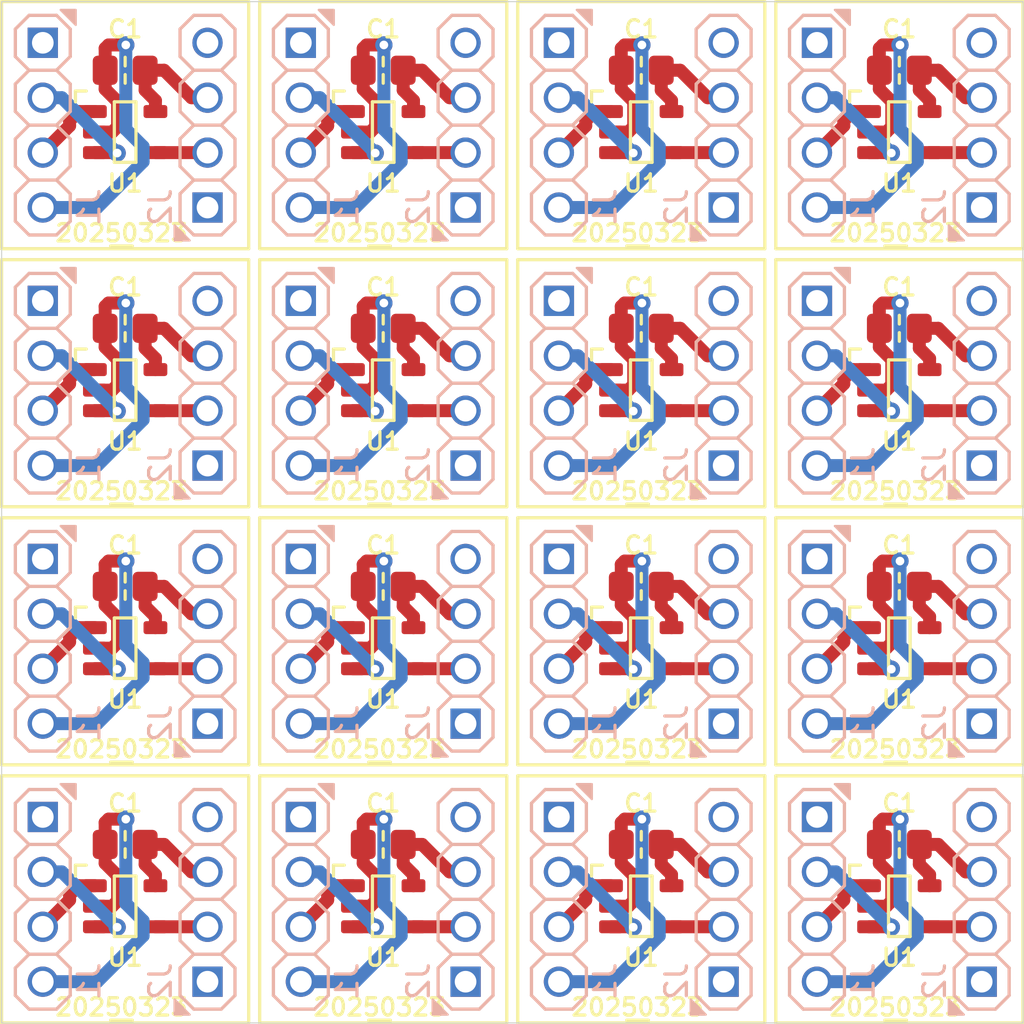
<source format=kicad_pcb>
(kicad_pcb (version 20240108) (generator "pcbnew") (generator_version "8.0")
  (layers (0 "F.Cu" mixed) (31 "B.Cu" mixed) (34 "B.Paste" user) (35 "F.Paste" user) (36 "B.SilkS" user "B.Silkscreen") (37 "F.SilkS" user "F.Silkscreen") (38 "B.Mask" user) (39 "F.Mask" user) (44 "Edge.Cuts" user))
  (net 0 "")
  (net 1 "/V-")
  (net 2 "/V+")
  (net 3 "/-IN")
  (net 5 "/+IN")
  (net 7 "/OUT")
  (footprint "SquantorLabels:Label_Generic" (layer "F.Cu") (at 128.1 59.6)
    (property "Reference" "N1" (hide yes))
    (property "Value" "20250323")
  )
  (footprint "SquantorIC:SOT23-5-Microchip-OT" (layer "F.Cu") (at 152.146 66.868)
    (property "Reference" "U1")
    (property "Value" "~")
  )
  (footprint "SquantorLabels:Label_Generic" (layer "F.Cu") (at 151.976 59.6)
    (property "Reference" "N1" (hide yes))
    (property "Value" "20250323")
  )
  (footprint "SquantorLabels:Label_Generic" (layer "F.Cu") (at 140.038 83.476)
    (property "Reference" "N1" (hide yes))
    (property "Value" "20250323")
  )
  (footprint "SquantorIC:SOT23-5-Microchip-OT" (layer "F.Cu") (at 152.146 90.744)
    (property "Reference" "U1")
    (property "Value" "~")
  )
  (footprint "SquantorIC:SOT23-5-Microchip-OT" (layer "F.Cu") (at 140.208 54.93)
    (property "Reference" "U1")
    (property "Value" "~")
  )
  (footprint "SquantorCapacitor:C_0805+0603" (layer "F.Cu") (at 140.208 75.946)
    (property "Reference" "C1")
    (property "Value" "1uF")
  )
  (footprint "SquantorLabels:Label_Generic" (layer "F.Cu") (at 163.914 71.538)
    (property "Reference" "N1" (hide yes))
    (property "Value" "20250323")
  )
  (footprint "SquantorIC:SOT23-5-Microchip-OT" (layer "F.Cu") (at 152.146 78.806)
    (property "Reference" "U1")
    (property "Value" "~")
  )
  (footprint "SquantorIC:SOT23-5-Microchip-OT" (layer "F.Cu") (at 140.208 90.744)
    (property "Reference" "U1")
    (property "Value" "~")
  )
  (footprint "SquantorCapacitor:C_0805+0603" (layer "F.Cu") (at 140.208 87.884)
    (property "Reference" "C1")
    (property "Value" "1uF")
  )
  (footprint "SquantorIC:SOT23-5-Microchip-OT" (layer "F.Cu") (at 128.27 90.744)
    (property "Reference" "U1")
    (property "Value" "~")
  )
  (footprint "SquantorLabels:Label_Generic" (layer "F.Cu") (at 128.1 95.414)
    (property "Reference" "N1" (hide yes))
    (property "Value" "20250323")
  )
  (footprint "SquantorIC:SOT23-5-Microchip-OT" (layer "F.Cu") (at 128.27 78.806)
    (property "Reference" "U1")
    (property "Value" "~")
  )
  (footprint "SquantorIC:SOT23-5-Microchip-OT" (layer "F.Cu") (at 152.146 54.93)
    (property "Reference" "U1")
    (property "Value" "~")
  )
  (footprint "SquantorCapacitor:C_0805+0603" (layer "F.Cu") (at 164.084 75.946)
    (property "Reference" "C1")
    (property "Value" "1uF")
  )
  (footprint "SquantorCapacitor:C_0805+0603" (layer "F.Cu") (at 140.208 64.008)
    (property "Reference" "C1")
    (property "Value" "1uF")
  )
  (footprint "SquantorCapacitor:C_0805+0603" (layer "F.Cu") (at 128.27 52.07)
    (property "Reference" "C1")
    (property "Value" "1uF")
  )
  (footprint "SquantorIC:SOT23-5-Microchip-OT" (layer "F.Cu") (at 164.084 66.868)
    (property "Reference" "U1")
    (property "Value" "~")
  )
  (footprint "SquantorCapacitor:C_0805+0603" (layer "F.Cu") (at 128.27 75.946)
    (property "Reference" "C1")
    (property "Value" "1uF")
  )
  (footprint "SquantorCapacitor:C_0805+0603" (layer "F.Cu") (at 152.146 75.946)
    (property "Reference" "C1")
    (property "Value" "1uF")
  )
  (footprint "SquantorCapacitor:C_0805+0603" (layer "F.Cu") (at 164.084 64.008)
    (property "Reference" "C1")
    (property "Value" "1uF")
  )
  (footprint "SquantorLabels:Label_Generic" (layer "F.Cu") (at 128.1 83.476)
    (property "Reference" "N1" (hide yes))
    (property "Value" "20250323")
  )
  (footprint "SquantorIC:SOT23-5-Microchip-OT" (layer "F.Cu") (at 140.208 78.806)
    (property "Reference" "U1")
    (property "Value" "~")
  )
  (footprint "SquantorCapacitor:C_0805+0603" (layer "F.Cu") (at 152.146 64.008)
    (property "Reference" "C1")
    (property "Value" "1uF")
  )
  (footprint "SquantorLabels:Label_Generic" (layer "F.Cu") (at 140.038 71.538)
    (property "Reference" "N1" (hide yes))
    (property "Value" "20250323")
  )
  (footprint "SquantorCapacitor:C_0805+0603" (layer "F.Cu") (at 152.146 52.07)
    (property "Reference" "C1")
    (property "Value" "1uF")
  )
  (footprint "SquantorCapacitor:C_0805+0603" (layer "F.Cu") (at 128.27 87.884)
    (property "Reference" "C1")
    (property "Value" "1uF")
  )
  (footprint "SquantorCapacitor:C_0805+0603" (layer "F.Cu") (at 164.084 52.07)
    (property "Reference" "C1")
    (property "Value" "1uF")
  )
  (footprint "SquantorLabels:Label_Generic" (layer "F.Cu") (at 151.976 71.538)
    (property "Reference" "N1" (hide yes))
    (property "Value" "20250323")
  )
  (footprint "SquantorCapacitor:C_0805+0603" (layer "F.Cu") (at 140.208 52.07)
    (property "Reference" "C1")
    (property "Value" "1uF")
  )
  (footprint "SquantorCapacitor:C_0805+0603" (layer "F.Cu") (at 128.27 64.008)
    (property "Reference" "C1")
    (property "Value" "1uF")
  )
  (footprint "SquantorLabels:Label_Generic" (layer "F.Cu") (at 163.914 95.414)
    (property "Reference" "N1" (hide yes))
    (property "Value" "20250323")
  )
  (footprint "SquantorCapacitor:C_0805+0603" (layer "F.Cu") (at 164.084 87.884)
    (property "Reference" "C1")
    (property "Value" "1uF")
  )
  (footprint "SquantorLabels:Label_Generic" (layer "F.Cu") (at 140.038 59.6)
    (property "Reference" "N1" (hide yes))
    (property "Value" "20250323")
  )
  (footprint "SquantorLabels:Label_Generic" (layer "F.Cu") (at 163.914 83.476)
    (property "Reference" "N1" (hide yes))
    (property "Value" "20250323")
  )
  (footprint "SquantorLabels:Label_Generic" (layer "F.Cu") (at 151.976 83.476)
    (property "Reference" "N1" (hide yes))
    (property "Value" "20250323")
  )
  (footprint "SquantorIC:SOT23-5-Microchip-OT" (layer "F.Cu") (at 128.27 54.93)
    (property "Reference" "U1")
    (property "Value" "~")
  )
  (footprint "SquantorIC:SOT23-5-Microchip-OT" (layer "F.Cu") (at 128.27 66.868)
    (property "Reference" "U1")
    (property "Value" "~")
  )
  (footprint "SquantorLabels:Label_Generic" (layer "F.Cu") (at 140.038 95.414)
    (property "Reference" "N1" (hide yes))
    (property "Value" "20250323")
  )
  (footprint "SquantorLabels:Label_Generic" (layer "F.Cu") (at 128.1 71.538)
    (property "Reference" "N1" (hide yes))
    (property "Value" "20250323")
  )
  (footprint "SquantorIC:SOT23-5-Microchip-OT" (layer "F.Cu") (at 164.084 54.93)
    (property "Reference" "U1")
    (property "Value" "~")
  )
  (footprint "SquantorIC:SOT23-5-Microchip-OT" (layer "F.Cu") (at 164.084 90.744)
    (property "Reference" "U1")
    (property "Value" "~")
  )
  (footprint "SquantorIC:SOT23-5-Microchip-OT" (layer "F.Cu") (at 140.208 66.868)
    (property "Reference" "U1")
    (property "Value" "~")
  )
  (footprint "SquantorLabels:Label_Generic" (layer "F.Cu") (at 151.976 95.414)
    (property "Reference" "N1" (hide yes))
    (property "Value" "20250323")
  )
  (footprint "SquantorCapacitor:C_0805+0603" (layer "F.Cu") (at 152.146 87.884)
    (property "Reference" "C1")
    (property "Value" "1uF")
  )
  (footprint "SquantorLabels:Label_Generic" (layer "F.Cu") (at 163.914 59.6)
    (property "Reference" "N1" (hide yes))
    (property "Value" "20250323")
  )
  (footprint "SquantorIC:SOT23-5-Microchip-OT" (layer "F.Cu") (at 164.084 78.806)
    (property "Reference" "U1")
    (property "Value" "~")
  )
  (footprint "SquantorConnectors:Header-0254-1X04-H010" (layer "B.Cu") (at 132.08 78.486 90)
    (property "Reference" "J2")
    (property "Value" "Conn_01x04")
  )
  (footprint "SquantorConnectors:Header-0254-1X04-H010" (layer "B.Cu") (at 144.018 54.61 90)
    (property "Reference" "J2")
    (property "Value" "Conn_01x04")
  )
  (footprint "SquantorConnectors:Header-0254-1X04-H010" (layer "B.Cu") (at 148.336 90.424 -90)
    (property "Reference" "J1")
    (property "Value" "Conn_01x04")
  )
  (footprint "SquantorConnectors:Header-0254-1X04-H010" (layer "B.Cu") (at 160.274 66.548 -90)
    (property "Reference" "J1")
    (property "Value" "Conn_01x04")
  )
  (footprint "SquantorConnectors:Header-0254-1X04-H010" (layer "B.Cu") (at 148.336 78.486 -90)
    (property "Reference" "J1")
    (property "Value" "Conn_01x04")
  )
  (footprint "SquantorConnectors:Header-0254-1X04-H010" (layer "B.Cu") (at 132.08 54.61 90)
    (property "Reference" "J2")
    (property "Value" "Conn_01x04")
  )
  (footprint "SquantorConnectors:Header-0254-1X04-H010" (layer "B.Cu") (at 124.46 54.61 -90)
    (property "Reference" "J1")
    (property "Value" "Conn_01x04")
  )
  (footprint "SquantorConnectors:Header-0254-1X04-H010" (layer "B.Cu") (at 144.018 78.486 90)
    (property "Reference" "J2")
    (property "Value" "Conn_01x04")
  )
  (footprint "SquantorConnectors:Header-0254-1X04-H010" (layer "B.Cu") (at 132.08 66.548 90)
    (property "Reference" "J2")
    (property "Value" "Conn_01x04")
  )
  (footprint "SquantorConnectors:Header-0254-1X04-H010" (layer "B.Cu") (at 167.894 66.548 90)
    (property "Reference" "J2")
    (property "Value" "Conn_01x04")
  )
  (footprint "SquantorConnectors:Header-0254-1X04-H010" (layer "B.Cu") (at 160.274 90.424 -90)
    (property "Reference" "J1")
    (property "Value" "Conn_01x04")
  )
  (footprint "SquantorConnectors:Header-0254-1X04-H010" (layer "B.Cu") (at 124.46 66.548 -90)
    (property "Reference" "J1")
    (property "Value" "Conn_01x04")
  )
  (footprint "SquantorConnectors:Header-0254-1X04-H010" (layer "B.Cu") (at 167.894 54.61 90)
    (property "Reference" "J2")
    (property "Value" "Conn_01x04")
  )
  (footprint "SquantorConnectors:Header-0254-1X04-H010" (layer "B.Cu") (at 167.894 90.424 90)
    (property "Reference" "J2")
    (property "Value" "Conn_01x04")
  )
  (footprint "SquantorConnectors:Header-0254-1X04-H010" (layer "B.Cu") (at 160.274 78.486 -90)
    (property "Reference" "J1")
    (property "Value" "Conn_01x04")
  )
  (footprint "SquantorConnectors:Header-0254-1X04-H010" (layer "B.Cu") (at 160.274 54.61 -90)
    (property "Reference" "J1")
    (property "Value" "Conn_01x04")
  )
  (footprint "SquantorConnectors:Header-0254-1X04-H010" (layer "B.Cu") (at 136.398 90.424 -90)
    (property "Reference" "J1")
    (property "Value" "Conn_01x04")
  )
  (footprint "SquantorConnectors:Header-0254-1X04-H010" (layer "B.Cu") (at 155.956 66.548 90)
    (property "Reference" "J2")
    (property "Value" "Conn_01x04")
  )
  (footprint "SquantorConnectors:Header-0254-1X04-H010" (layer "B.Cu") (at 124.46 90.424 -90)
    (property "Reference" "J1")
    (property "Value" "Conn_01x04")
  )
  (footprint "SquantorConnectors:Header-0254-1X04-H010" (layer "B.Cu") (at 136.398 54.61 -90)
    (property "Reference" "J1")
    (property "Value" "Conn_01x04")
  )
  (footprint "SquantorConnectors:Header-0254-1X04-H010" (layer "B.Cu") (at 155.956 90.424 90)
    (property "Reference" "J2")
    (property "Value" "Conn_01x04")
  )
  (footprint "SquantorConnectors:Header-0254-1X04-H010" (layer "B.Cu") (at 148.336 66.548 -90)
    (property "Reference" "J1")
    (property "Value" "Conn_01x04")
  )
  (footprint "SquantorConnectors:Header-0254-1X04-H010" (layer "B.Cu") (at 148.336 54.61 -90)
    (property "Reference" "J1")
    (property "Value" "Conn_01x04")
  )
  (footprint "SquantorConnectors:Header-0254-1X04-H010" (layer "B.Cu") (at 132.08 90.424 90)
    (property "Reference" "J2")
    (property "Value" "Conn_01x04")
  )
  (footprint "SquantorConnectors:Header-0254-1X04-H010" (layer "B.Cu") (at 136.398 78.486 -90)
    (property "Reference" "J1")
    (property "Value" "Conn_01x04")
  )
  (footprint "SquantorConnectors:Header-0254-1X04-H010" (layer "B.Cu") (at 144.018 90.424 90)
    (property "Reference" "J2")
    (property "Value" "Conn_01x04")
  )
  (footprint "SquantorConnectors:Header-0254-1X04-H010" (layer "B.Cu") (at 144.018 66.548 90)
    (property "Reference" "J2")
    (property "Value" "Conn_01x04")
  )
  (footprint "SquantorConnectors:Header-0254-1X04-H010" (layer "B.Cu") (at 167.894 78.486 90)
    (property "Reference" "J2")
    (property "Value" "Conn_01x04")
  )
  (footprint "SquantorConnectors:Header-0254-1X04-H010" (layer "B.Cu") (at 155.956 54.61 90)
    (property "Reference" "J2")
    (property "Value" "Conn_01x04")
  )
  (footprint "SquantorConnectors:Header-0254-1X04-H010" (layer "B.Cu") (at 124.46 78.486 -90)
    (property "Reference" "J1")
    (property "Value" "Conn_01x04")
  )
  (footprint "SquantorConnectors:Header-0254-1X04-H010" (layer "B.Cu") (at 136.398 66.548 -90)
    (property "Reference" "J1")
    (property "Value" "Conn_01x04")
  )
  (footprint "SquantorConnectors:Header-0254-1X04-H010" (layer "B.Cu") (at 155.956 78.486 90)
    (property "Reference" "J2")
    (property "Value" "Conn_01x04")
  )
  (gr_line (start 145.923 72.771) (end 145.923 84.201) (stroke (width 0.15)) (layer "F.SilkS"))
  (gr_line (start 122.555 60.325) (end 122.555 48.895) (stroke (width 0.15)) (layer "F.SilkS"))
  (gr_line (start 157.861 48.895) (end 157.861 60.325) (stroke (width 0.15)) (layer "F.SilkS"))
  (gr_line (start 133.985 60.325) (end 122.555 60.325) (stroke (width 0.15)) (layer "F.SilkS"))
  (gr_line (start 134.493 48.895) (end 145.923 48.895) (stroke (width 0.15)) (layer "F.SilkS"))
  (gr_line (start 133.985 72.771) (end 133.985 84.201) (stroke (width 0.15)) (layer "F.SilkS"))
  (gr_line (start 122.555 60.833) (end 133.985 60.833) (stroke (width 0.15)) (layer "F.SilkS"))
  (gr_line (start 145.923 72.263) (end 134.493 72.263) (stroke (width 0.15)) (layer "F.SilkS"))
  (gr_line (start 146.431 84.709) (end 157.861 84.709) (stroke (width 0.15)) (layer "F.SilkS"))
  (gr_line (start 122.555 48.895) (end 133.985 48.895) (stroke (width 0.15)) (layer "F.SilkS"))
  (gr_line (start 158.369 60.325) (end 158.369 48.895) (stroke (width 0.15)) (layer "F.SilkS"))
  (gr_line (start 169.799 60.833) (end 169.799 72.263) (stroke (width 0.15)) (layer "F.SilkS"))
  (gr_line (start 146.431 84.201) (end 146.431 72.771) (stroke (width 0.15)) (layer "F.SilkS"))
  (gr_line (start 134.493 84.709) (end 145.923 84.709) (stroke (width 0.15)) (layer "F.SilkS"))
  (gr_line (start 146.431 48.895) (end 157.861 48.895) (stroke (width 0.15)) (layer "F.SilkS"))
  (gr_line (start 133.985 60.833) (end 133.985 72.263) (stroke (width 0.15)) (layer "F.SilkS"))
  (gr_line (start 157.861 60.833) (end 157.861 72.263) (stroke (width 0.15)) (layer "F.SilkS"))
  (gr_line (start 145.923 60.833) (end 145.923 72.263) (stroke (width 0.15)) (layer "F.SilkS"))
  (gr_line (start 122.555 84.709) (end 133.985 84.709) (stroke (width 0.15)) (layer "F.SilkS"))
  (gr_line (start 146.431 72.263) (end 146.431 60.833) (stroke (width 0.15)) (layer "F.SilkS"))
  (gr_line (start 145.923 84.709) (end 145.923 96.139) (stroke (width 0.15)) (layer "F.SilkS"))
  (gr_line (start 158.369 84.709) (end 169.799 84.709) (stroke (width 0.15)) (layer "F.SilkS"))
  (gr_line (start 158.369 48.895) (end 169.799 48.895) (stroke (width 0.15)) (layer "F.SilkS"))
  (gr_line (start 146.431 60.833) (end 157.861 60.833) (stroke (width 0.15)) (layer "F.SilkS"))
  (gr_line (start 122.555 84.201) (end 122.555 72.771) (stroke (width 0.15)) (layer "F.SilkS"))
  (gr_line (start 158.369 84.201) (end 158.369 72.771) (stroke (width 0.15)) (layer "F.SilkS"))
  (gr_line (start 157.861 60.325) (end 146.431 60.325) (stroke (width 0.15)) (layer "F.SilkS"))
  (gr_line (start 133.985 84.201) (end 122.555 84.201) (stroke (width 0.15)) (layer "F.SilkS"))
  (gr_line (start 145.923 84.201) (end 134.493 84.201) (stroke (width 0.15)) (layer "F.SilkS"))
  (gr_line (start 134.493 84.201) (end 134.493 72.771) (stroke (width 0.15)) (layer "F.SilkS"))
  (gr_line (start 134.493 96.139) (end 134.493 84.709) (stroke (width 0.15)) (layer "F.SilkS"))
  (gr_line (start 145.923 48.895) (end 145.923 60.325) (stroke (width 0.15)) (layer "F.SilkS"))
  (gr_line (start 157.861 72.771) (end 157.861 84.201) (stroke (width 0.15)) (layer "F.SilkS"))
  (gr_line (start 146.431 60.325) (end 146.431 48.895) (stroke (width 0.15)) (layer "F.SilkS"))
  (gr_line (start 122.555 96.139) (end 122.555 84.709) (stroke (width 0.15)) (layer "F.SilkS"))
  (gr_line (start 158.369 72.263) (end 158.369 60.833) (stroke (width 0.15)) (layer "F.SilkS"))
  (gr_line (start 133.985 96.139) (end 122.555 96.139) (stroke (width 0.15)) (layer "F.SilkS"))
  (gr_line (start 158.369 60.833) (end 169.799 60.833) (stroke (width 0.15)) (layer "F.SilkS"))
  (gr_line (start 169.799 72.771) (end 169.799 84.201) (stroke (width 0.15)) (layer "F.SilkS"))
  (gr_line (start 145.923 96.139) (end 134.493 96.139) (stroke (width 0.15)) (layer "F.SilkS"))
  (gr_line (start 134.493 72.263) (end 134.493 60.833) (stroke (width 0.15)) (layer "F.SilkS"))
  (gr_line (start 158.369 72.771) (end 169.799 72.771) (stroke (width 0.15)) (layer "F.SilkS"))
  (gr_line (start 134.493 60.325) (end 134.493 48.895) (stroke (width 0.15)) (layer "F.SilkS"))
  (gr_line (start 169.799 60.325) (end 158.369 60.325) (stroke (width 0.15)) (layer "F.SilkS"))
  (gr_line (start 157.861 96.139) (end 146.431 96.139) (stroke (width 0.15)) (layer "F.SilkS"))
  (gr_line (start 157.861 72.263) (end 146.431 72.263) (stroke (width 0.15)) (layer "F.SilkS"))
  (gr_line (start 122.555 72.263) (end 122.555 60.833) (stroke (width 0.15)) (layer "F.SilkS"))
  (gr_line (start 169.799 72.263) (end 158.369 72.263) (stroke (width 0.15)) (layer "F.SilkS"))
  (gr_line (start 133.985 48.895) (end 133.985 60.325) (stroke (width 0.15)) (layer "F.SilkS"))
  (gr_line (start 169.799 84.709) (end 169.799 96.139) (stroke (width 0.15)) (layer "F.SilkS"))
  (gr_line (start 134.493 60.833) (end 145.923 60.833) (stroke (width 0.15)) (layer "F.SilkS"))
  (gr_line (start 146.431 72.771) (end 157.861 72.771) (stroke (width 0.15)) (layer "F.SilkS"))
  (gr_line (start 145.923 60.325) (end 134.493 60.325) (stroke (width 0.15)) (layer "F.SilkS"))
  (gr_line (start 169.799 84.201) (end 158.369 84.201) (stroke (width 0.15)) (layer "F.SilkS"))
  (gr_line (start 133.985 72.263) (end 122.555 72.263) (stroke (width 0.15)) (layer "F.SilkS"))
  (gr_line (start 134.493 72.771) (end 145.923 72.771) (stroke (width 0.15)) (layer "F.SilkS"))
  (gr_line (start 169.799 48.895) (end 169.799 60.325) (stroke (width 0.15)) (layer "F.SilkS"))
  (gr_line (start 122.555 72.771) (end 133.985 72.771) (stroke (width 0.15)) (layer "F.SilkS"))
  (gr_line (start 133.985 84.709) (end 133.985 96.139) (stroke (width 0.15)) (layer "F.SilkS"))
  (gr_line (start 158.369 96.139) (end 158.369 84.709) (stroke (width 0.15)) (layer "F.SilkS"))
  (gr_line (start 146.431 96.139) (end 146.431 84.709) (stroke (width 0.15)) (layer "F.SilkS"))
  (gr_line (start 169.799 96.139) (end 158.369 96.139) (stroke (width 0.15)) (layer "F.SilkS"))
  (gr_line (start 157.861 84.709) (end 157.861 96.139) (stroke (width 0.15)) (layer "F.SilkS"))
  (gr_line (start 157.861 84.201) (end 146.431 84.201) (stroke (width 0.15)) (layer "F.SilkS"))
  (gr_line (start 169.799 48.895) (end 169.799 96.139) (stroke (width 0.05)) (layer "Edge.Cuts"))
  (gr_line (start 169.799 96.139) (end 122.555 96.139) (stroke (width 0.05)) (layer "Edge.Cuts"))
  (gr_line (start 122.555 48.895) (end 169.799 48.895) (stroke (width 0.05)) (layer "Edge.Cuts"))
  (gr_line (start 122.555 96.139) (end 122.555 48.895) (stroke (width 0.05)) (layer "Edge.Cuts"))
  (segment (start 163.159 52.07) (end 163.159 51.055) (width 0.6) (layer "F.Cu") (net 1))
  (segment (start 151.796 78.556) (end 151.796 77.396) (width 0.6) (layer "F.Cu") (net 1))
  (segment (start 151.221 76.821) (end 151.221 75.946) (width 0.6) (layer "F.Cu") (net 1))
  (segment (start 139.438 86.714) (end 140.238 86.714) (width 0.6) (layer "F.Cu") (net 1))
  (segment (start 127.67 78.806) (end 127.92 78.556) (width 0.6) (layer "F.Cu") (net 1))
  (segment (start 139.283 75.946) (end 139.283 74.931) (width 0.6) (layer "F.Cu") (net 1))
  (segment (start 163.314 74.776) (end 164.114 74.776) (width 0.6) (layer "F.Cu") (net 1))
  (segment (start 151.376 50.9) (end 152.176 50.9) (width 0.6) (layer "F.Cu") (net 1))
  (segment (start 163.159 76.821) (end 163.159 75.946) (width 0.6) (layer "F.Cu") (net 1))
  (segment (start 138.808 78.806) (end 139.608 78.806) (width 0.6) (layer "F.Cu") (net 1))
  (segment (start 162.684 66.868) (end 163.484 66.868) (width 0.6) (layer "F.Cu") (net 1))
  (segment (start 127.345 87.884) (end 127.345 86.869) (width 0.6) (layer "F.Cu") (net 1))
  (segment (start 151.796 54.68) (end 151.796 53.52) (width 0.6) (layer "F.Cu") (net 1))
  (segment (start 139.438 74.776) (end 140.238 74.776) (width 0.6) (layer "F.Cu") (net 1))
  (segment (start 127.67 66.868) (end 127.92 66.618) (width 0.6) (layer "F.Cu") (net 1))
  (segment (start 127.5 86.714) (end 128.3 86.714) (width 0.6) (layer "F.Cu") (net 1))
  (segment (start 127.345 52.07) (end 127.345 51.055) (width 0.6) (layer "F.Cu") (net 1))
  (segment (start 163.484 66.868) (end 163.734 66.618) (width 0.6) (layer "F.Cu") (net 1))
  (segment (start 151.796 53.52) (end 151.221 52.945) (width 0.6) (layer "F.Cu") (net 1))
  (segment (start 163.734 90.494) (end 163.734 89.334) (width 0.6) (layer "F.Cu") (net 1))
  (segment (start 163.159 52.945) (end 163.159 52.07) (width 0.6) (layer "F.Cu") (net 1))
  (segment (start 151.221 74.931) (end 151.376 74.776) (width 0.6) (layer "F.Cu") (net 1))
  (segment (start 127.5 50.9) (end 128.3 50.9) (width 0.6) (layer "F.Cu") (net 1))
  (segment (start 163.734 78.556) (end 163.734 77.396) (width 0.6) (layer "F.Cu") (net 1))
  (segment (start 139.283 52.07) (end 139.283 51.055) (width 0.6) (layer "F.Cu") (net 1))
  (segment (start 150.746 54.93) (end 151.546 54.93) (width 0.6) (layer "F.Cu") (net 1))
  (segment (start 151.546 54.93) (end 151.796 54.68) (width 0.6) (layer "F.Cu") (net 1))
  (segment (start 139.858 78.556) (end 139.858 77.396) (width 0.6) (layer "F.Cu") (net 1))
  (segment (start 151.221 52.945) (end 151.221 52.07) (width 0.6) (layer "F.Cu") (net 1))
  (segment (start 126.87 78.806) (end 127.67 78.806) (width 0.6) (layer "F.Cu") (net 1))
  (segment (start 151.221 52.07) (end 151.221 51.055) (width 0.6) (layer "F.Cu") (net 1))
  (segment (start 139.283 64.883) (end 139.283 64.008) (width 0.6) (layer "F.Cu") (net 1))
  (segment (start 126.87 54.93) (end 127.67 54.93) (width 0.6) (layer "F.Cu") (net 1))
  (segment (start 162.684 78.806) (end 163.484 78.806) (width 0.6) (layer "F.Cu") (net 1))
  (segment (start 163.734 65.458) (end 163.159 64.883) (width 0.6) (layer "F.Cu") (net 1))
  (segment (start 127.345 52.945) (end 127.345 52.07) (width 0.6) (layer "F.Cu") (net 1))
  (segment (start 163.159 51.055) (end 163.314 50.9) (width 0.6) (layer "F.Cu") (net 1))
  (segment (start 163.484 54.93) (end 163.734 54.68) (width 0.6) (layer "F.Cu") (net 1))
  (segment (start 127.92 77.396) (end 127.345 76.821) (width 0.6) (layer "F.Cu") (net 1))
  (segment (start 151.796 90.494) (end 151.796 89.334) (width 0.6) (layer "F.Cu") (net 1))
  (segment (start 127.345 64.008) (end 127.345 62.993) (width 0.6) (layer "F.Cu") (net 1))
  (segment (start 151.221 75.946) (end 151.221 74.931) (width 0.6) (layer "F.Cu") (net 1))
  (segment (start 139.283 52.945) (end 139.283 52.07) (width 0.6) (layer "F.Cu") (net 1))
  (segment (start 151.221 51.055) (end 151.376 50.9) (width 0.6) (layer "F.Cu") (net 1))
  (segment (start 163.734 77.396) (end 163.159 76.821) (width 0.6) (layer "F.Cu") (net 1))
  (segment (start 127.345 51.055) (end 127.5 50.9) (width 0.6) (layer "F.Cu") (net 1))
  (segment (start 163.734 53.52) (end 163.159 52.945) (width 0.6) (layer "F.Cu") (net 1))
  (segment (start 127.5 62.838) (end 128.3 62.838) (width 0.6) (layer "F.Cu") (net 1))
  (segment (start 151.796 77.396) (end 151.221 76.821) (width 0.6) (layer "F.Cu") (net 1))
  (segment (start 163.734 54.68) (end 163.734 53.52) (width 0.6) (layer "F.Cu") (net 1))
  (segment (start 139.283 64.008) (end 139.283 62.993) (width 0.6) (layer "F.Cu") (net 1))
  (segment (start 163.159 64.883) (end 163.159 64.008) (width 0.6) (layer "F.Cu") (net 1))
  (segment (start 139.438 62.838) (end 140.238 62.838) (width 0.6) (layer "F.Cu") (net 1))
  (segment (start 127.345 75.946) (end 127.345 74.931) (width 0.6) (layer "F.Cu") (net 1))
  (segment (start 151.221 62.993) (end 151.376 62.838) (width 0.6) (layer "F.Cu") (net 1))
  (segment (start 127.345 88.759) (end 127.345 87.884) (width 0.6) (layer "F.Cu") (net 1))
  (segment (start 151.796 65.458) (end 151.221 64.883) (width 0.6) (layer "F.Cu") (net 1))
  (segment (start 151.221 64.883) (end 151.221 64.008) (width 0.6) (layer "F.Cu") (net 1))
  (segment (start 162.684 54.93) (end 163.484 54.93) (width 0.6) (layer "F.Cu") (net 1))
  (segment (start 151.376 86.714) (end 152.176 86.714) (width 0.6) (layer "F.Cu") (net 1))
  (segment (start 163.734 66.618) (end 163.734 65.458) (width 0.6) (layer "F.Cu") (net 1))
  (segment (start 127.67 54.93) (end 127.92 54.68) (width 0.6) (layer "F.Cu") (net 1))
  (segment (start 127.92 53.52) (end 127.345 52.945) (width 0.6) (layer "F.Cu") (net 1))
  (segment (start 151.221 64.008) (end 151.221 62.993) (width 0.6) (layer "F.Cu") (net 1))
  (segment (start 127.345 86.869) (end 127.5 86.714) (width 0.6) (layer "F.Cu") (net 1))
  (segment (start 127.345 76.821) (end 127.345 75.946) (width 0.6) (layer "F.Cu") (net 1))
  (segment (start 126.87 90.744) (end 127.67 90.744) (width 0.6) (layer "F.Cu") (net 1))
  (segment (start 127.92 65.458) (end 127.345 64.883) (width 0.6) (layer "F.Cu") (net 1))
  (segment (start 139.438 50.9) (end 140.238 50.9) (width 0.6) (layer "F.Cu") (net 1))
  (segment (start 138.808 54.93) (end 139.608 54.93) (width 0.6) (layer "F.Cu") (net 1))
  (segment (start 127.92 66.618) (end 127.92 65.458) (width 0.6) (layer "F.Cu") (net 1))
  (segment (start 139.858 89.334) (end 139.283 88.759) (width 0.6) (layer "F.Cu") (net 1))
  (segment (start 127.5 74.776) (end 128.3 74.776) (width 0.6) (layer "F.Cu") (net 1))
  (segment (start 151.796 89.334) (end 151.221 88.759) (width 0.6) (layer "F.Cu") (net 1))
  (segment (start 150.746 78.806) (end 151.546 78.806) (width 0.6) (layer "F.Cu") (net 1))
  (segment (start 151.221 87.884) (end 151.221 86.869) (width 0.6) (layer "F.Cu") (net 1))
  (segment (start 151.221 88.759) (end 151.221 87.884) (width 0.6) (layer "F.Cu") (net 1))
  (segment (start 163.159 87.884) (end 163.159 86.869) (width 0.6) (layer "F.Cu") (net 1))
  (segment (start 151.221 86.869) (end 151.376 86.714) (width 0.6) (layer "F.Cu") (net 1))
  (segment (start 127.92 89.334) (end 127.345 88.759) (width 0.6) (layer "F.Cu") (net 1))
  (segment (start 139.858 90.494) (end 139.858 89.334) (width 0.6) (layer "F.Cu") (net 1))
  (segment (start 127.92 78.556) (end 127.92 77.396) (width 0.6) (layer "F.Cu") (net 1))
  (segment (start 163.314 86.714) (end 164.114 86.714) (width 0.6) (layer "F.Cu") (net 1))
  (segment (start 139.283 76.821) (end 139.283 75.946) (width 0.6) (layer "F.Cu") (net 1))
  (segment (start 138.808 66.868) (end 139.608 66.868) (width 0.6) (layer "F.Cu") (net 1))
  (segment (start 127.345 64.883) (end 127.345 64.008) (width 0.6) (layer "F.Cu") (net 1))
  (segment (start 139.283 88.759) (end 139.283 87.884) (width 0.6) (layer "F.Cu") (net 1))
  (segment (start 151.546 78.806) (end 151.796 78.556) (width 0.6) (layer "F.Cu") (net 1))
  (segment (start 163.159 86.869) (end 163.314 86.714) (width 0.6) (layer "F.Cu") (net 1))
  (segment (start 151.546 90.744) (end 151.796 90.494) (width 0.6) (layer "F.Cu") (net 1))
  (segment (start 150.746 66.868) (end 151.546 66.868) (width 0.6) (layer "F.Cu") (net 1))
  (segment (start 163.314 62.838) (end 164.114 62.838) (width 0.6) (layer "F.Cu") (net 1))
  (segment (start 151.376 62.838) (end 152.176 62.838) (width 0.6) (layer "F.Cu") (net 1))
  (segment (start 163.484 78.806) (end 163.734 78.556) (width 0.6) (layer "F.Cu") (net 1))
  (segment (start 127.92 54.68) (end 127.92 53.52) (width 0.6) (layer "F.Cu") (net 1))
  (segment (start 126.87 66.868) (end 127.67 66.868) (width 0.6) (layer "F.Cu") (net 1))
  (segment (start 163.159 88.759) (end 163.159 87.884) (width 0.6) (layer "F.Cu") (net 1))
  (segment (start 150.746 90.744) (end 151.546 90.744) (width 0.6) (layer "F.Cu") (net 1))
  (segment (start 151.546 66.868) (end 151.796 66.618) (width 0.6) (layer "F.Cu") (net 1))
  (segment (start 127.67 90.744) (end 127.92 90.494) (width 0.6) (layer "F.Cu") (net 1))
  (segment (start 139.608 66.868) (end 139.858 66.618) (width 0.6) (layer "F.Cu") (net 1))
  (segment (start 139.283 51.055) (end 139.438 50.9) (width 0.6) (layer "F.Cu") (net 1))
  (segment (start 139.858 65.458) (end 139.283 64.883) (width 0.6) (layer "F.Cu") (net 1))
  (segment (start 139.283 87.884) (end 139.283 86.869) (width 0.6) (layer "F.Cu") (net 1))
  (segment (start 163.159 62.993) (end 163.314 62.838) (width 0.6) (layer "F.Cu") (net 1))
  (segment (start 127.92 90.494) (end 127.92 89.334) (width 0.6) (layer "F.Cu") (net 1))
  (segment (start 163.734 89.334) (end 163.159 88.759) (width 0.6) (layer "F.Cu") (net 1))
  (segment (start 151.376 74.776) (end 152.176 74.776) (width 0.6) (layer "F.Cu") (net 1))
  (segment (start 139.283 62.993) (end 139.438 62.838) (width 0.6) (layer "F.Cu") (net 1))
  (segment (start 163.159 74.931) (end 163.314 74.776) (width 0.6) (layer "F.Cu") (net 1))
  (segment (start 139.608 90.744) (end 139.858 90.494) (width 0.6) (layer "F.Cu") (net 1))
  (segment (start 139.608 78.806) (end 139.858 78.556) (width 0.6) (layer "F.Cu") (net 1))
  (segment (start 127.345 62.993) (end 127.5 62.838) (width 0.6) (layer "F.Cu") (net 1))
  (segment (start 151.796 66.618) (end 151.796 65.458) (width 0.6) (layer "F.Cu") (net 1))
  (segment (start 163.159 75.946) (end 163.159 74.931) (width 0.6) (layer "F.Cu") (net 1))
  (segment (start 139.858 53.52) (end 139.283 52.945) (width 0.6) (layer "F.Cu") (net 1))
  (segment (start 163.484 90.744) (end 163.734 90.494) (width 0.6) (layer "F.Cu") (net 1))
  (segment (start 138.808 90.744) (end 139.608 90.744) (width 0.6) (layer "F.Cu") (net 1))
  (segment (start 139.608 54.93) (end 139.858 54.68) (width 0.6) (layer "F.Cu") (net 1))
  (segment (start 139.283 86.869) (end 139.438 86.714) (width 0.6) (layer "F.Cu") (net 1))
  (segment (start 139.858 54.68) (end 139.858 53.52) (width 0.6) (layer "F.Cu") (net 1))
  (segment (start 162.684 90.744) (end 163.484 90.744) (width 0.6) (layer "F.Cu") (net 1))
  (segment (start 163.314 50.9) (end 164.114 50.9) (width 0.6) (layer "F.Cu") (net 1))
  (segment (start 139.858 77.396) (end 139.283 76.821) (width 0.6) (layer "F.Cu") (net 1))
  (segment (start 163.159 64.008) (end 163.159 62.993) (width 0.6) (layer "F.Cu") (net 1))
  (segment (start 139.858 66.618) (end 139.858 65.458) (width 0.6) (layer "F.Cu") (net 1))
  (segment (start 127.345 74.931) (end 127.5 74.776) (width 0.6) (layer "F.Cu") (net 1))
  (segment (start 139.283 74.931) (end 139.438 74.776) (width 0.6) (layer "F.Cu") (net 1))
  (via (at 128.3 86.714) (size 0.8) (drill 0.4) (layers "F.Cu" "B.Cu") (net 1))
  (via (at 152.176 74.776) (size 0.8) (drill 0.4) (layers "F.Cu" "B.Cu") (net 1))
  (via (at 140.238 74.776) (size 0.8) (drill 0.4) (layers "F.Cu" "B.Cu") (net 1))
  (via (at 128.3 62.838) (size 0.8) (drill 0.4) (layers "F.Cu" "B.Cu") (net 1))
  (via (at 164.114 62.838) (size 0.8) (drill 0.4) (layers "F.Cu" "B.Cu") (net 1))
  (via (at 164.114 74.776) (size 0.8) (drill 0.4) (layers "F.Cu" "B.Cu") (net 1))
  (via (at 152.176 62.838) (size 0.8) (drill 0.4) (layers "F.Cu" "B.Cu") (net 1))
  (via (at 128.3 74.776) (size 0.8) (drill 0.4) (layers "F.Cu" "B.Cu") (net 1))
  (via (at 152.176 86.714) (size 0.8) (drill 0.4) (layers "F.Cu" "B.Cu") (net 1))
  (via (at 164.114 86.714) (size 0.8) (drill 0.4) (layers "F.Cu" "B.Cu") (net 1))
  (via (at 152.176 50.9) (size 0.8) (drill 0.4) (layers "F.Cu" "B.Cu") (net 1))
  (via (at 140.238 62.838) (size 0.8) (drill 0.4) (layers "F.Cu" "B.Cu") (net 1))
  (via (at 128.3 50.9) (size 0.8) (drill 0.4) (layers "F.Cu" "B.Cu") (net 1))
  (via (at 164.114 50.9) (size 0.8) (drill 0.4) (layers "F.Cu" "B.Cu") (net 1))
  (via (at 140.238 50.9) (size 0.8) (drill 0.4) (layers "F.Cu" "B.Cu") (net 1))
  (via (at 140.238 86.714) (size 0.8) (drill 0.4) (layers "F.Cu" "B.Cu") (net 1))
  (segment (start 152.176 90.614) (end 152.976 91.414) (width 0.6) (layer "B.Cu") (net 1))
  (segment (start 129.1 92.114) (end 126.98 94.234) (width 0.6) (layer "B.Cu") (net 1))
  (segment (start 164.914 55.6) (end 164.914 56.3) (width 0.6) (layer "B.Cu") (net 1))
  (segment (start 152.176 74.776) (end 152.176 78.676) (width 0.6) (layer "B.Cu") (net 1))
  (segment (start 152.976 91.414) (end 152.976 92.114) (width 0.6) (layer "B.Cu") (net 1))
  (segment (start 141.038 68.238) (end 138.918 70.358) (width 0.6) (layer "B.Cu") (net 1))
  (segment (start 150.856 70.358) (end 148.336 70.358) (width 0.6) (layer "B.Cu") (net 1))
  (segment (start 140.238 74.776) (end 140.238 78.676) (width 0.6) (layer "B.Cu") (net 1))
  (segment (start 164.914 67.538) (end 164.914 68.238) (width 0.6) (layer "B.Cu") (net 1))
  (segment (start 150.856 58.42) (end 148.336 58.42) (width 0.6) (layer "B.Cu") (net 1))
  (segment (start 141.038 79.476) (end 141.038 80.176) (width 0.6) (layer "B.Cu") (net 1))
  (segment (start 126.98 82.296) (end 124.46 82.296) (width 0.6) (layer "B.Cu") (net 1))
  (segment (start 164.114 54.8) (end 164.914 55.6) (width 0.6) (layer "B.Cu") (net 1))
  (segment (start 128.3 50.9) (end 128.3 54.8) (width 0.6) (layer "B.Cu") (net 1))
  (segment (start 128.3 62.838) (end 128.3 66.738) (width 0.6) (layer "B.Cu") (net 1))
  (segment (start 152.176 78.676) (end 152.976 79.476) (width 0.6) (layer "B.Cu") (net 1))
  (segment (start 140.238 86.714) (end 140.238 90.614) (width 0.6) (layer "B.Cu") (net 1))
  (segment (start 164.914 80.176) (end 162.794 82.296) (width 0.6) (layer "B.Cu") (net 1))
  (segment (start 140.238 50.9) (end 140.238 54.8) (width 0.6) (layer "B.Cu") (net 1))
  (segment (start 141.038 67.538) (end 141.038 68.238) (width 0.6) (layer "B.Cu") (net 1))
  (segment (start 164.114 86.714) (end 164.114 90.614) (width 0.6) (layer "B.Cu") (net 1))
  (segment (start 138.918 70.358) (end 136.398 70.358) (width 0.6) (layer "B.Cu") (net 1))
  (segment (start 150.856 82.296) (end 148.336 82.296) (width 0.6) (layer "B.Cu") (net 1))
  (segment (start 164.914 79.476) (end 164.914 80.176) (width 0.6) (layer "B.Cu") (net 1))
  (segment (start 138.918 82.296) (end 136.398 82.296) (width 0.6) (layer "B.Cu") (net 1))
  (segment (start 162.794 58.42) (end 160.274 58.42) (width 0.6) (layer "B.Cu") (net 1))
  (segment (start 152.976 56.3) (end 150.856 58.42) (width 0.6) (layer "B.Cu") (net 1))
  (segment (start 128.3 78.676) (end 129.1 79.476) (width 0.6) (layer "B.Cu") (net 1))
  (segment (start 129.1 55.6) (end 129.1 56.3) (width 0.6) (layer "B.Cu") (net 1))
  (segment (start 164.914 92.114) (end 162.794 94.234) (width 0.6) (layer "B.Cu") (net 1))
  (segment (start 140.238 54.8) (end 141.038 55.6) (width 0.6) (layer "B.Cu") (net 1))
  (segment (start 140.238 78.676) (end 141.038 79.476) (width 0.6) (layer "B.Cu") (net 1))
  (segment (start 129.1 79.476) (end 129.1 80.176) (width 0.6) (layer "B.Cu") (net 1))
  (segment (start 164.114 90.614) (end 164.914 91.414) (width 0.6) (layer "B.Cu") (net 1))
  (segment (start 164.114 62.838) (end 164.114 66.738) (width 0.6) (layer "B.Cu") (net 1))
  (segment (start 128.3 66.738) (end 129.1 67.538) (width 0.6) (layer "B.Cu") (net 1))
  (segment (start 141.038 56.3) (end 138.918 58.42) (width 0.6) (layer "B.Cu") (net 1))
  (segment (start 138.918 58.42) (end 136.398 58.42) (width 0.6) (layer "B.Cu") (net 1))
  (segment (start 152.176 54.8) (end 152.976 55.6) (width 0.6) (layer "B.Cu") (net 1))
  (segment (start 128.3 54.8) (end 129.1 55.6) (width 0.6) (layer "B.Cu") (net 1))
  (segment (start 129.1 56.3) (end 126.98 58.42) (width 0.6) (layer "B.Cu") (net 1))
  (segment (start 152.176 86.714) (end 152.176 90.614) (width 0.6) (layer "B.Cu") (net 1))
  (segment (start 152.176 50.9) (end 152.176 54.8) (width 0.6) (layer "B.Cu") (net 1))
  (segment (start 140.238 90.614) (end 141.038 91.414) (width 0.6) (layer "B.Cu") (net 1))
  (segment (start 164.114 66.738) (end 164.914 67.538) (width 0.6) (layer "B.Cu") (net 1))
  (segment (start 152.976 79.476) (end 152.976 80.176) (width 0.6) (layer "B.Cu") (net 1))
  (segment (start 164.914 91.414) (end 164.914 92.114) (width 0.6) (layer "B.Cu") (net 1))
  (segment (start 138.918 94.234) (end 136.398 94.234) (width 0.6) (layer "B.Cu") (net 1))
  (segment (start 128.3 86.714) (end 128.3 90.614) (width 0.6) (layer "B.Cu") (net 1))
  (segment (start 129.1 80.176) (end 126.98 82.296) (width 0.6) (layer "B.Cu") (net 1))
  (segment (start 152.176 62.838) (end 152.176 66.738) (width 0.6) (layer "B.Cu") (net 1))
  (segment (start 162.794 70.358) (end 160.274 70.358) (width 0.6) (layer "B.Cu") (net 1))
  (segment (start 126.98 94.234) (end 124.46 94.234) (width 0.6) (layer "B.Cu") (net 1))
  (segment (start 140.238 62.838) (end 140.238 66.738) (width 0.6) (layer "B.Cu") (net 1))
  (segment (start 162.794 82.296) (end 160.274 82.296) (width 0.6) (layer "B.Cu") (net 1))
  (segment (start 152.976 92.114) (end 150.856 94.234) (width 0.6) (layer "B.Cu") (net 1))
  (segment (start 164.114 50.9) (end 164.114 54.8) (width 0.6) (layer "B.Cu") (net 1))
  (segment (start 141.038 92.114) (end 138.918 94.234) (width 0.6) (layer "B.Cu") (net 1))
  (segment (start 152.976 80.176) (end 150.856 82.296) (width 0.6) (layer "B.Cu") (net 1))
  (segment (start 152.976 67.538) (end 152.976 68.238) (width 0.6) (layer "B.Cu") (net 1))
  (segment (start 140.238 66.738) (end 141.038 67.538) (width 0.6) (layer "B.Cu") (net 1))
  (segment (start 141.038 91.414) (end 141.038 92.114) (width 0.6) (layer "B.Cu") (net 1))
  (segment (start 129.1 91.414) (end 129.1 92.114) (width 0.6) (layer "B.Cu") (net 1))
  (segment (start 126.98 70.358) (end 124.46 70.358) (width 0.6) (layer "B.Cu") (net 1))
  (segment (start 164.114 78.676) (end 164.914 79.476) (width 0.6) (layer "B.Cu") (net 1))
  (segment (start 164.114 74.776) (end 164.114 78.676) (width 0.6) (layer "B.Cu") (net 1))
  (segment (start 128.3 90.614) (end 129.1 91.414) (width 0.6) (layer "B.Cu") (net 1))
  (segment (start 141.038 80.176) (end 138.918 82.296) (width 0.6) (layer "B.Cu") (net 1))
  (segment (start 152.176 66.738) (end 152.976 67.538) (width 0.6) (layer "B.Cu") (net 1))
  (segment (start 126.98 58.42) (end 124.46 58.42) (width 0.6) (layer "B.Cu") (net 1))
  (segment (start 141.038 55.6) (end 141.038 56.3) (width 0.6) (layer "B.Cu") (net 1))
  (segment (start 152.976 55.6) (end 152.976 56.3) (width 0.6) (layer "B.Cu") (net 1))
  (segment (start 128.3 74.776) (end 128.3 78.676) (width 0.6) (layer "B.Cu") (net 1))
  (segment (start 129.1 67.538) (end 129.1 68.238) (width 0.6) (layer "B.Cu") (net 1))
  (segment (start 129.1 68.238) (end 126.98 70.358) (width 0.6) (layer "B.Cu") (net 1))
  (segment (start 162.794 94.234) (end 160.274 94.234) (width 0.6) (layer "B.Cu") (net 1))
  (segment (start 152.976 68.238) (end 150.856 70.358) (width 0.6) (layer "B.Cu") (net 1))
  (segment (start 164.914 56.3) (end 162.794 58.42) (width 0.6) (layer "B.Cu") (net 1))
  (segment (start 164.914 68.238) (end 162.794 70.358) (width 0.6) (layer "B.Cu") (net 1))
  (segment (start 150.856 94.234) (end 148.336 94.234) (width 0.6) (layer "B.Cu") (net 1))
  (segment (start 141.608 89.794) (end 141.608 89.284) (width 0.6) (layer "F.Cu") (net 2))
  (segment (start 141.608 65.408) (end 141.133 64.933) (width 0.6) (layer "F.Cu") (net 2))
  (segment (start 167.154 65.278) (end 167.894 65.278) (width 0.6) (layer "F.Cu") (net 2))
  (segment (start 129.67 89.284) (end 129.195 88.809) (width 0.6) (layer "F.Cu") (net 2))
  (segment (start 131.34 89.154) (end 132.08 89.154) (width 0.6) (layer "F.Cu") (net 2))
  (segment (start 153.546 65.408) (end 153.071 64.933) (width 0.6) (layer "F.Cu") (net 2))
  (segment (start 153.546 53.98) (end 153.546 53.47) (width 0.6) (layer "F.Cu") (net 2))
  (segment (start 129.67 77.346) (end 129.195 76.871) (width 0.6) (layer "F.Cu") (net 2))
  (segment (start 131.34 65.278) (end 132.08 65.278) (width 0.6) (layer "F.Cu") (net 2))
  (segment (start 153.071 87.884) (end 153.946 87.884) (width 0.6) (layer "F.Cu") (net 2))
  (segment (start 130.07 52.07) (end 131.34 53.34) (width 0.6) (layer "F.Cu") (net 2))
  (segment (start 153.071 88.809) (end 153.071 87.884) (width 0.6) (layer "F.Cu") (net 2))
  (segment (start 129.67 53.47) (end 129.195 52.995) (width 0.6) (layer "F.Cu") (net 2))
  (segment (start 141.133 87.884) (end 142.008 87.884) (width 0.6) (layer "F.Cu") (net 2))
  (segment (start 153.546 89.794) (end 153.546 89.284) (width 0.6) (layer "F.Cu") (net 2))
  (segment (start 129.67 77.856) (end 129.67 77.346) (width 0.6) (layer "F.Cu") (net 2))
  (segment (start 141.133 76.871) (end 141.133 75.946) (width 0.6) (layer "F.Cu") (net 2))
  (segment (start 165.009 87.884) (end 165.884 87.884) (width 0.6) (layer "F.Cu") (net 2))
  (segment (start 165.009 52.995) (end 165.009 52.07) (width 0.6) (layer "F.Cu") (net 2))
  (segment (start 165.009 64.933) (end 165.009 64.008) (width 0.6) (layer "F.Cu") (net 2))
  (segment (start 142.008 64.008) (end 143.278 65.278) (width 0.6) (layer "F.Cu") (net 2))
  (segment (start 153.071 52.995) (end 153.071 52.07) (width 0.6) (layer "F.Cu") (net 2))
  (segment (start 165.009 76.871) (end 165.009 75.946) (width 0.6) (layer "F.Cu") (net 2))
  (segment (start 153.546 65.918) (end 153.546 65.408) (width 0.6) (layer "F.Cu") (net 2))
  (segment (start 129.195 75.946) (end 130.07 75.946) (width 0.6) (layer "F.Cu") (net 2))
  (segment (start 153.546 77.346) (end 153.071 76.871) (width 0.6) (layer "F.Cu") (net 2))
  (segment (start 165.484 77.856) (end 165.484 77.346) (width 0.6) (layer "F.Cu") (net 2))
  (segment (start 153.946 64.008) (end 155.216 65.278) (width 0.6) (layer "F.Cu") (net 2))
  (segment (start 141.133 52.995) (end 141.133 52.07) (width 0.6) (layer "F.Cu") (net 2))
  (segment (start 153.071 64.008) (end 153.946 64.008) (width 0.6) (layer "F.Cu") (net 2))
  (segment (start 165.484 65.408) (end 165.009 64.933) (width 0.6) (layer "F.Cu") (net 2))
  (segment (start 165.884 87.884) (end 167.154 89.154) (width 0.6) (layer "F.Cu") (net 2))
  (segment (start 129.67 65.918) (end 129.67 65.408) (width 0.6) (layer "F.Cu") (net 2))
  (segment (start 130.07 75.946) (end 131.34 77.216) (width 0.6) (layer "F.Cu") (net 2))
  (segment (start 153.546 77.856) (end 153.546 77.346) (width 0.6) (layer "F.Cu") (net 2))
  (segment (start 129.195 64.933) (end 129.195 64.008) (width 0.6) (layer "F.Cu") (net 2))
  (segment (start 141.133 64.933) (end 141.133 64.008) (width 0.6) (layer "F.Cu") (net 2))
  (segment (start 167.154 89.154) (end 167.894 89.154) (width 0.6) (layer "F.Cu") (net 2))
  (segment (start 143.278 89.154) (end 144.018 89.154) (width 0.6) (layer "F.Cu") (net 2))
  (segment (start 165.484 53.47) (end 165.009 52.995) (width 0.6) (layer "F.Cu") (net 2))
  (segment (start 165.884 64.008) (end 167.154 65.278) (width 0.6) (layer "F.Cu") (net 2))
  (segment (start 131.34 53.34) (end 132.08 53.34) (width 0.6) (layer "F.Cu") (net 2))
  (segment (start 153.946 75.946) (end 155.216 77.216) (width 0.6) (layer "F.Cu") (net 2))
  (segment (start 129.195 52.07) (end 130.07 52.07) (width 0.6) (layer "F.Cu") (net 2))
  (segment (start 130.07 64.008) (end 131.34 65.278) (width 0.6) (layer "F.Cu") (net 2))
  (segment (start 167.154 53.34) (end 167.894 53.34) (width 0.6) (layer "F.Cu") (net 2))
  (segment (start 165.009 88.809) (end 165.009 87.884) (width 0.6) (layer "F.Cu") (net 2))
  (segment (start 155.216 53.34) (end 155.956 53.34) (width 0.6) (layer "F.Cu") (net 2))
  (segment (start 167.154 77.216) (end 167.894 77.216) (width 0.6) (layer "F.Cu") (net 2))
  (segment (start 155.216 89.154) (end 155.956 89.154) (width 0.6) (layer "F.Cu") (net 2))
  (segment (start 141.133 75.946) (end 142.008 75.946) (width 0.6) (layer "F.Cu") (net 2))
  (segment (start 129.195 64.008) (end 130.07 64.008) (width 0.6) (layer "F.Cu") (net 2))
  (segment (start 153.071 75.946) (end 153.946 75.946) (width 0.6) (layer "F.Cu") (net 2))
  (segment (start 165.484 53.98) (end 165.484 53.47) (width 0.6) (layer "F.Cu") (net 2))
  (segment (start 129.195 76.871) (end 129.195 75.946) (width 0.6) (layer "F.Cu") (net 2))
  (segment (start 141.608 53.98) (end 141.608 53.47) (width 0.6) (layer "F.Cu") (net 2))
  (segment (start 153.946 52.07) (end 155.216 53.34) (width 0.6) (layer "F.Cu") (net 2))
  (segment (start 141.608 65.918) (end 141.608 65.408) (width 0.6) (layer "F.Cu") (net 2))
  (segment (start 165.484 65.918) (end 165.484 65.408) (width 0.6) (layer "F.Cu") (net 2))
  (segment (start 165.484 89.794) (end 165.484 89.284) (width 0.6) (layer "F.Cu") (net 2))
  (segment (start 129.67 53.98) (end 129.67 53.47) (width 0.6) (layer "F.Cu") (net 2))
  (segment (start 141.608 77.856) (end 141.608 77.346) (width 0.6) (layer "F.Cu") (net 2))
  (segment (start 141.133 88.809) (end 141.133 87.884) (width 0.6) (layer "F.Cu") (net 2))
  (segment (start 153.071 52.07) (end 153.946 52.07) (width 0.6) (layer "F.Cu") (net 2))
  (segment (start 141.133 64.008) (end 142.008 64.008) (width 0.6) (layer "F.Cu") (net 2))
  (segment (start 153.546 53.47) (end 153.071 52.995) (width 0.6) (layer "F.Cu") (net 2))
  (segment (start 129.195 52.995) (end 129.195 52.07) (width 0.6) (layer "F.Cu") (net 2))
  (segment (start 165.484 77.346) (end 165.009 76.871) (width 0.6) (layer "F.Cu") (net 2))
  (segment (start 142.008 87.884) (end 143.278 89.154) (width 0.6) (layer "F.Cu") (net 2))
  (segment (start 130.07 87.884) (end 131.34 89.154) (width 0.6) (layer "F.Cu") (net 2))
  (segment (start 165.009 75.946) (end 165.884 75.946) (width 0.6) (layer "F.Cu") (net 2))
  (segment (start 129.67 65.408) (end 129.195 64.933) (width 0.6) (layer "F.Cu") (net 2))
  (segment (start 141.608 77.346) (end 141.133 76.871) (width 0.6) (layer "F.Cu") (net 2))
  (segment (start 165.484 89.284) (end 165.009 88.809) (width 0.6) (layer "F.Cu") (net 2))
  (segment (start 141.608 53.47) (end 141.133 52.995) (width 0.6) (layer "F.Cu") (net 2))
  (segment (start 165.884 52.07) (end 167.154 53.34) (width 0.6) (layer "F.Cu") (net 2))
  (segment (start 165.009 52.07) (end 165.884 52.07) (width 0.6) (layer "F.Cu") (net 2))
  (segment (start 143.278 77.216) (end 144.018 77.216) (width 0.6) (layer "F.Cu") (net 2))
  (segment (start 143.278 53.34) (end 144.018 53.34) (width 0.6) (layer "F.Cu") (net 2))
  (segment (start 129.195 87.884) (end 130.07 87.884) (width 0.6) (layer "F.Cu") (net 2))
  (segment (start 142.008 52.07) (end 143.278 53.34) (width 0.6) (layer "F.Cu") (net 2))
  (segment (start 131.34 77.216) (end 132.08 77.216) (width 0.6) (layer "F.Cu") (net 2))
  (segment (start 143.278 65.278) (end 144.018 65.278) (width 0.6) (layer "F.Cu") (net 2))
  (segment (start 165.009 64.008) (end 165.884 64.008) (width 0.6) (layer "F.Cu") (net 2))
  (segment (start 153.946 87.884) (end 155.216 89.154) (width 0.6) (layer "F.Cu") (net 2))
  (segment (start 153.071 64.933) (end 153.071 64.008) (width 0.6) (layer "F.Cu") (net 2))
  (segment (start 155.216 65.278) (end 155.956 65.278) (width 0.6) (layer "F.Cu") (net 2))
  (segment (start 142.008 75.946) (end 143.278 77.216) (width 0.6) (layer "F.Cu") (net 2))
  (segment (start 129.195 88.809) (end 129.195 87.884) (width 0.6) (layer "F.Cu") (net 2))
  (segment (start 155.216 77.216) (end 155.956 77.216) (width 0.6) (layer "F.Cu") (net 2))
  (segment (start 129.67 89.794) (end 129.67 89.284) (width 0.6) (layer "F.Cu") (net 2))
  (segment (start 141.608 89.284) (end 141.133 88.809) (width 0.6) (layer "F.Cu") (net 2))
  (segment (start 153.071 76.871) (end 153.071 75.946) (width 0.6) (layer "F.Cu") (net 2))
  (segment (start 165.884 75.946) (end 167.154 77.216) (width 0.6) (layer "F.Cu") (net 2))
  (segment (start 153.546 89.284) (end 153.071 88.809) (width 0.6) (layer "F.Cu") (net 2))
  (segment (start 141.133 52.07) (end 142.008 52.07) (width 0.6) (layer "F.Cu") (net 2))
  (segment (start 151.756 55.88) (end 151.776 55.9) (width 0.6) (layer "F.Cu") (net 3))
  (segment (start 126.87 67.818) (end 127.88 67.818) (width 0.6) (layer "F.Cu") (net 3))
  (segment (start 127.88 79.756) (end 127.9 79.776) (width 0.6) (layer "F.Cu") (net 3))
  (segment (start 138.808 91.694) (end 139.818 91.694) (width 0.6) (layer "F.Cu") (net 3))
  (segment (start 163.694 55.88) (end 163.714 55.9) (width 0.6) (layer "F.Cu") (net 3))
  (segment (start 139.818 55.88) (end 139.838 55.9) (width 0.6) (layer "F.Cu") (net 3))
  (segment (start 138.808 79.756) (end 139.818 79.756) (width 0.6) (layer "F.Cu") (net 3))
  (segment (start 126.87 91.694) (end 127.88 91.694) (width 0.6) (layer "F.Cu") (net 3))
  (segment (start 163.694 79.756) (end 163.714 79.776) (width 0.6) (layer "F.Cu") (net 3))
  (segment (start 127.88 55.88) (end 127.9 55.9) (width 0.6) (layer "F.Cu") (net 3))
  (segment (start 150.746 79.756) (end 151.756 79.756) (width 0.6) (layer "F.Cu") (net 3))
  (segment (start 150.746 55.88) (end 151.756 55.88) (width 0.6) (layer "F.Cu") (net 3))
  (segment (start 138.808 55.88) (end 139.818 55.88) (width 0.6) (layer "F.Cu") (net 3))
  (segment (start 126.87 79.756) (end 127.88 79.756) (width 0.6) (layer "F.Cu") (net 3))
  (segment (start 151.756 67.818) (end 151.776 67.838) (width 0.6) (layer "F.Cu") (net 3))
  (segment (start 139.818 91.694) (end 139.838 91.714) (width 0.6) (layer "F.Cu") (net 3))
  (segment (start 127.88 67.818) (end 127.9 67.838) (width 0.6) (layer "F.Cu") (net 3))
  (segment (start 162.684 79.756) (end 163.694 79.756) (width 0.6) (layer "F.Cu") (net 3))
  (segment (start 163.694 67.818) (end 163.714 67.838) (width 0.6) (layer "F.Cu") (net 3))
  (segment (start 127.88 91.694) (end 127.9 91.714) (width 0.6) (layer "F.Cu") (net 3))
  (segment (start 126.87 55.88) (end 127.88 55.88) (width 0.6) (layer "F.Cu") (net 3))
  (segment (start 138.808 67.818) (end 139.818 67.818) (width 0.6) (layer "F.Cu") (net 3))
  (segment (start 151.756 91.694) (end 151.776 91.714) (width 0.6) (layer "F.Cu") (net 3))
  (segment (start 162.684 91.694) (end 163.694 91.694) (width 0.6) (layer "F.Cu") (net 3))
  (segment (start 163.694 91.694) (end 163.714 91.714) (width 0.6) (layer "F.Cu") (net 3))
  (segment (start 162.684 67.818) (end 163.694 67.818) (width 0.6) (layer "F.Cu") (net 3))
  (segment (start 150.746 67.818) (end 151.756 67.818) (width 0.6) (layer "F.Cu") (net 3))
  (segment (start 139.818 79.756) (end 139.838 79.776) (width 0.6) (layer "F.Cu") (net 3))
  (segment (start 162.684 55.88) (end 163.694 55.88) (width 0.6) (layer "F.Cu") (net 3))
  (segment (start 151.756 79.756) (end 151.776 79.776) (width 0.6) (layer "F.Cu") (net 3))
  (segment (start 150.746 91.694) (end 151.756 91.694) (width 0.6) (layer "F.Cu") (net 3))
  (segment (start 139.818 67.818) (end 139.838 67.838) (width 0.6) (layer "F.Cu") (net 3))
  (via (at 127.9 91.714) (size 0.8) (drill 0.4) (layers "F.Cu" "B.Cu") (net 3))
  (via (at 139.838 67.838) (size 0.8) (drill 0.4) (layers "F.Cu" "B.Cu") (net 3))
  (via (at 139.838 91.714) (size 0.8) (drill 0.4) (layers "F.Cu" "B.Cu") (net 3))
  (via (at 163.714 67.838) (size 0.8) (drill 0.4) (layers "F.Cu" "B.Cu") (net 3))
  (via (at 127.9 79.776) (size 0.8) (drill 0.4) (layers "F.Cu" "B.Cu") (net 3))
  (via (at 139.838 55.9) (size 0.8) (drill 0.4) (layers "F.Cu" "B.Cu") (net 3))
  (via (at 163.714 91.714) (size 0.8) (drill 0.4) (layers "F.Cu" "B.Cu") (net 3))
  (via (at 163.714 55.9) (size 0.8) (drill 0.4) (layers "F.Cu" "B.Cu") (net 3))
  (via (at 151.776 67.838) (size 0.8) (drill 0.4) (layers "F.Cu" "B.Cu") (net 3))
  (via (at 163.714 79.776) (size 0.8) (drill 0.4) (layers "F.Cu" "B.Cu") (net 3))
  (via (at 139.838 79.776) (size 0.8) (drill 0.4) (layers "F.Cu" "B.Cu") (net 3))
  (via (at 127.9 55.9) (size 0.8) (drill 0.4) (layers "F.Cu" "B.Cu") (net 3))
  (via (at 151.776 55.9) (size 0.8) (drill 0.4) (layers "F.Cu" "B.Cu") (net 3))
  (via (at 151.776 79.776) (size 0.8) (drill 0.4) (layers "F.Cu" "B.Cu") (net 3))
  (via (at 127.9 67.838) (size 0.8) (drill 0.4) (layers "F.Cu" "B.Cu") (net 3))
  (via (at 151.776 91.714) (size 0.8) (drill 0.4) (layers "F.Cu" "B.Cu") (net 3))
  (segment (start 163.714 91.714) (end 161.154 89.154) (width 0.6) (layer "B.Cu") (net 3))
  (segment (start 137.278 89.154) (end 136.398 89.154) (width 0.6) (layer "B.Cu") (net 3))
  (segment (start 125.34 65.278) (end 124.46 65.278) (width 0.6) (layer "B.Cu") (net 3))
  (segment (start 137.278 77.216) (end 136.398 77.216) (width 0.6) (layer "B.Cu") (net 3))
  (segment (start 161.154 53.34) (end 160.274 53.34) (width 0.6) (layer "B.Cu") (net 3))
  (segment (start 149.216 65.278) (end 148.336 65.278) (width 0.6) (layer "B.Cu") (net 3))
  (segment (start 137.278 65.278) (end 136.398 65.278) (width 0.6) (layer "B.Cu") (net 3))
  (segment (start 139.838 79.776) (end 137.278 77.216) (width 0.6) (layer "B.Cu") (net 3))
  (segment (start 151.776 67.838) (end 149.216 65.278) (width 0.6) (layer "B.Cu") (net 3))
  (segment (start 151.776 55.9) (end 149.216 53.34) (width 0.6) (layer "B.Cu") (net 3))
  (segment (start 161.154 65.278) (end 160.274 65.278) (width 0.6) (layer "B.Cu") (net 3))
  (segment (start 149.216 77.216) (end 148.336 77.216) (width 0.6) (layer "B.Cu") (net 3))
  (segment (start 125.34 77.216) (end 124.46 77.216) (width 0.6) (layer "B.Cu") (net 3))
  (segment (start 163.714 67.838) (end 161.154 65.278) (width 0.6) (layer "B.Cu") (net 3))
  (segment (start 127.9 79.776) (end 125.34 77.216) (width 0.6) (layer "B.Cu") (net 3))
  (segment (start 137.278 53.34) (end 136.398 53.34) (width 0.6) (layer "B.Cu") (net 3))
  (segment (start 127.9 67.838) (end 125.34 65.278) (width 0.6) (layer "B.Cu") (net 3))
  (segment (start 163.714 55.9) (end 161.154 53.34) (width 0.6) (layer "B.Cu") (net 3))
  (segment (start 151.776 91.714) (end 149.216 89.154) (width 0.6) (layer "B.Cu") (net 3))
  (segment (start 127.9 55.9) (end 125.34 53.34) (width 0.6) (layer "B.Cu") (net 3))
  (segment (start 151.776 79.776) (end 149.216 77.216) (width 0.6) (layer "B.Cu") (net 3))
  (segment (start 125.34 53.34) (end 124.46 53.34) (width 0.6) (layer "B.Cu") (net 3))
  (segment (start 127.9 91.714) (end 125.34 89.154) (width 0.6) (layer "B.Cu") (net 3))
  (segment (start 149.216 53.34) (end 148.336 53.34) (width 0.6) (layer "B.Cu") (net 3))
  (segment (start 161.154 89.154) (end 160.274 89.154) (width 0.6) (layer "B.Cu") (net 3))
  (segment (start 125.34 89.154) (end 124.46 89.154) (width 0.6) (layer "B.Cu") (net 3))
  (segment (start 139.838 91.714) (end 137.278 89.154) (width 0.6) (layer "B.Cu") (net 3))
  (segment (start 163.714 79.776) (end 161.154 77.216) (width 0.6) (layer "B.Cu") (net 3))
  (segment (start 149.216 89.154) (end 148.336 89.154) (width 0.6) (layer "B.Cu") (net 3))
  (segment (start 139.838 67.838) (end 137.278 65.278) (width 0.6) (layer "B.Cu") (net 3))
  (segment (start 161.154 77.216) (end 160.274 77.216) (width 0.6) (layer "B.Cu") (net 3))
  (segment (start 139.838 55.9) (end 137.278 53.34) (width 0.6) (layer "B.Cu") (net 3))
  (segment (start 126.87 65.918) (end 126.12 65.918) (width 0.6) (layer "F.Cu") (net 5))
  (segment (start 138.058 53.98) (end 137.638 54.4) (width 0.6) (layer "F.Cu") (net 5))
  (segment (start 150.746 89.794) (end 149.996 89.794) (width 0.6) (layer "F.Cu") (net 5))
  (segment (start 125.7 54.64) (end 124.46 55.88) (width 0.6) (layer "F.Cu") (net 5))
  (segment (start 161.934 53.98) (end 161.514 54.4) (width 0.6) (layer "F.Cu") (net 5))
  (segment (start 150.746 77.856) (end 149.996 77.856) (width 0.6) (layer "F.Cu") (net 5))
  (segment (start 162.684 53.98) (end 161.934 53.98) (width 0.6) (layer "F.Cu") (net 5))
  (segment (start 125.7 54.4) (end 125.7 54.64) (width 0.6) (layer "F.Cu") (net 5))
  (segment (start 161.514 54.64) (end 160.274 55.88) (width 0.6) (layer "F.Cu") (net 5))
  (segment (start 126.12 53.98) (end 125.7 54.4) (width 0.6) (layer "F.Cu") (net 5))
  (segment (start 137.638 78.516) (end 136.398 79.756) (width 0.6) (layer "F.Cu") (net 5))
  (segment (start 161.514 78.516) (end 160.274 79.756) (width 0.6) (layer "F.Cu") (net 5))
  (segment (start 149.576 90.454) (end 148.336 91.694) (width 0.6) (layer "F.Cu") (net 5))
  (segment (start 137.638 90.454) (end 136.398 91.694) (width 0.6) (layer "F.Cu") (net 5))
  (segment (start 125.7 66.578) (end 124.46 67.818) (width 0.6) (layer "F.Cu") (net 5))
  (segment (start 137.638 54.4) (end 137.638 54.64) (width 0.6) (layer "F.Cu") (net 5))
  (segment (start 149.996 53.98) (end 149.576 54.4) (width 0.6) (layer "F.Cu") (net 5))
  (segment (start 125.7 78.276) (end 125.7 78.516) (width 0.6) (layer "F.Cu") (net 5))
  (segment (start 126.87 77.856) (end 126.12 77.856) (width 0.6) (layer "F.Cu") (net 5))
  (segment (start 137.638 66.578) (end 136.398 67.818) (width 0.6) (layer "F.Cu") (net 5))
  (segment (start 162.684 77.856) (end 161.934 77.856) (width 0.6) (layer "F.Cu") (net 5))
  (segment (start 161.934 65.918) (end 161.514 66.338) (width 0.6) (layer "F.Cu") (net 5))
  (segment (start 161.514 66.338) (end 161.514 66.578) (width 0.6) (layer "F.Cu") (net 5))
  (segment (start 161.934 77.856) (end 161.514 78.276) (width 0.6) (layer "F.Cu") (net 5))
  (segment (start 149.996 89.794) (end 149.576 90.214) (width 0.6) (layer "F.Cu") (net 5))
  (segment (start 149.576 54.64) (end 148.336 55.88) (width 0.6) (layer "F.Cu") (net 5))
  (segment (start 125.7 78.516) (end 124.46 79.756) (width 0.6) (layer "F.Cu") (net 5))
  (segment (start 125.7 90.214) (end 125.7 90.454) (width 0.6) (layer "F.Cu") (net 5))
  (segment (start 138.808 89.794) (end 138.058 89.794) (width 0.6) (layer "F.Cu") (net 5))
  (segment (start 161.934 89.794) (end 161.514 90.214) (width 0.6) (layer "F.Cu") (net 5))
  (segment (start 126.12 89.794) (end 125.7 90.214) (width 0.6) (layer "F.Cu") (net 5))
  (segment (start 161.514 78.276) (end 161.514 78.516) (width 0.6) (layer "F.Cu") (net 5))
  (segment (start 150.746 65.918) (end 149.996 65.918) (width 0.6) (layer "F.Cu") (net 5))
  (segment (start 137.638 90.214) (end 137.638 90.454) (width 0.6) (layer "F.Cu") (net 5))
  (segment (start 137.638 66.338) (end 137.638 66.578) (width 0.6) (layer "F.Cu") (net 5))
  (segment (start 149.576 78.516) (end 148.336 79.756) (width 0.6) (layer "F.Cu") (net 5))
  (segment (start 161.514 90.454) (end 160.274 91.694) (width 0.6) (layer "F.Cu") (net 5))
  (segment (start 149.996 77.856) (end 149.576 78.276) (width 0.6) (layer "F.Cu") (net 5))
  (segment (start 138.058 77.856) (end 137.638 78.276) (width 0.6) (layer "F.Cu") (net 5))
  (segment (start 150.746 53.98) (end 149.996 53.98) (width 0.6) (layer "F.Cu") (net 5))
  (segment (start 138.058 65.918) (end 137.638 66.338) (width 0.6) (layer "F.Cu") (net 5))
  (segment (start 149.576 90.214) (end 149.576 90.454) (width 0.6) (layer "F.Cu") (net 5))
  (segment (start 137.638 78.276) (end 137.638 78.516) (width 0.6) (layer "F.Cu") (net 5))
  (segment (start 138.808 53.98) (end 138.058 53.98) (width 0.6) (layer "F.Cu") (net 5))
  (segment (start 162.684 65.918) (end 161.934 65.918) (width 0.6) (layer "F.Cu") (net 5))
  (segment (start 137.638 54.64) (end 136.398 55.88) (width 0.6) (layer "F.Cu") (net 5))
  (segment (start 162.684 89.794) (end 161.934 89.794) (width 0.6) (layer "F.Cu") (net 5))
  (segment (start 149.576 54.4) (end 149.576 54.64) (width 0.6) (layer "F.Cu") (net 5))
  (segment (start 161.514 66.578) (end 160.274 67.818) (width 0.6) (layer "F.Cu") (net 5))
  (segment (start 138.808 77.856) (end 138.058 77.856) (width 0.6) (layer "F.Cu") (net 5))
  (segment (start 138.058 89.794) (end 137.638 90.214) (width 0.6) (layer "F.Cu") (net 5))
  (segment (start 149.576 66.338) (end 149.576 66.578) (width 0.6) (layer "F.Cu") (net 5))
  (segment (start 161.514 54.4) (end 161.514 54.64) (width 0.6) (layer "F.Cu") (net 5))
  (segment (start 125.7 90.454) (end 124.46 91.694) (width 0.6) (layer "F.Cu") (net 5))
  (segment (start 161.514 90.214) (end 161.514 90.454) (width 0.6) (layer "F.Cu") (net 5))
  (segment (start 149.576 78.276) (end 149.576 78.516) (width 0.6) (layer "F.Cu") (net 5))
  (segment (start 126.87 89.794) (end 126.12 89.794) (width 0.6) (layer "F.Cu") (net 5))
  (segment (start 138.808 65.918) (end 138.058 65.918) (width 0.6) (layer "F.Cu") (net 5))
  (segment (start 126.12 65.918) (end 125.7 66.338) (width 0.6) (layer "F.Cu") (net 5))
  (segment (start 125.7 66.338) (end 125.7 66.578) (width 0.6) (layer "F.Cu") (net 5))
  (segment (start 126.12 77.856) (end 125.7 78.276) (width 0.6) (layer "F.Cu") (net 5))
  (segment (start 126.87 53.98) (end 126.12 53.98) (width 0.6) (layer "F.Cu") (net 5))
  (segment (start 149.576 66.578) (end 148.336 67.818) (width 0.6) (layer "F.Cu") (net 5))
  (segment (start 149.996 65.918) (end 149.576 66.338) (width 0.6) (layer "F.Cu") (net 5))
  (segment (start 141.608 79.756) (end 144.018 79.756) (width 0.6) (layer "F.Cu") (net 7))
  (segment (start 141.608 55.88) (end 144.018 55.88) (width 0.6) (layer "F.Cu") (net 7))
  (segment (start 165.484 55.88) (end 167.894 55.88) (width 0.6) (layer "F.Cu") (net 7))
  (segment (start 129.67 79.756) (end 132.08 79.756) (width 0.6) (layer "F.Cu") (net 7))
  (segment (start 153.546 91.694) (end 155.956 91.694) (width 0.6) (layer "F.Cu") (net 7))
  (segment (start 129.67 55.88) (end 132.08 55.88) (width 0.6) (layer "F.Cu") (net 7))
  (segment (start 153.546 55.88) (end 155.956 55.88) (width 0.6) (layer "F.Cu") (net 7))
  (segment (start 165.484 67.818) (end 167.894 67.818) (width 0.6) (layer "F.Cu") (net 7))
  (segment (start 129.67 67.818) (end 132.08 67.818) (width 0.6) (layer "F.Cu") (net 7))
  (segment (start 129.67 91.694) (end 132.08 91.694) (width 0.6) (layer "F.Cu") (net 7))
  (segment (start 141.608 67.818) (end 144.018 67.818) (width 0.6) (layer "F.Cu") (net 7))
  (segment (start 165.484 79.756) (end 167.894 79.756) (width 0.6) (layer "F.Cu") (net 7))
  (segment (start 165.484 91.694) (end 167.894 91.694) (width 0.6) (layer "F.Cu") (net 7))
  (segment (start 153.546 67.818) (end 155.956 67.818) (width 0.6) (layer "F.Cu") (net 7))
  (segment (start 141.608 91.694) (end 144.018 91.694) (width 0.6) (layer "F.Cu") (net 7))
  (segment (start 153.546 79.756) (end 155.956 79.756) (width 0.6) (layer "F.Cu") (net 7))
)
</source>
